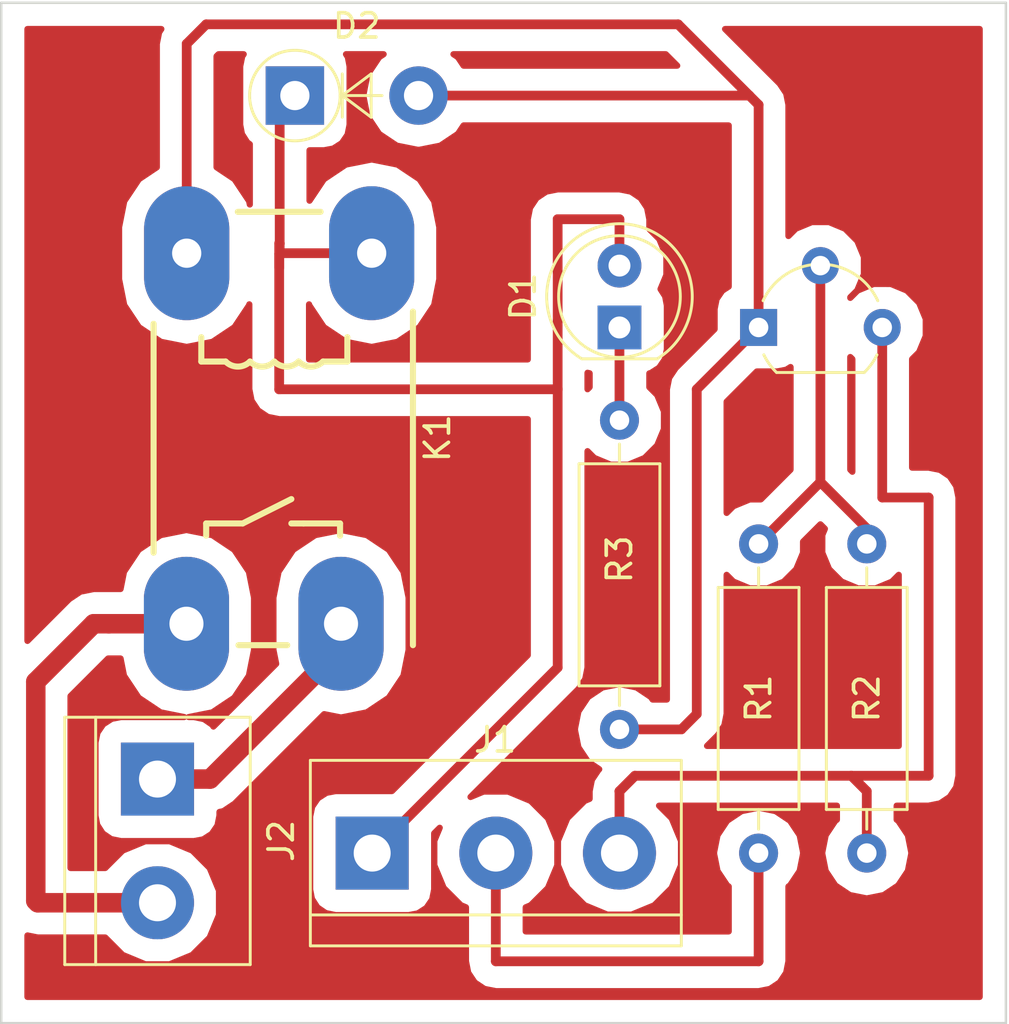
<source format=kicad_pcb>
(kicad_pcb (version 4) (host pcbnew 4.0.5)

  (general
    (links 14)
    (no_connects 0)
    (area 19.529999 15.064999 187.905001 100.075001)
    (thickness 1.6)
    (drawings 4)
    (tracks 56)
    (zones 0)
    (modules 9)
    (nets 9)
  )

  (page User 210.007 148.006)
  (title_block
    (title "Relais Modul")
    (date 2001-01-01)
    (company "Paul Brenner")
  )

  (layers
    (0 F.Cu signal)
    (31 B.Cu signal)
    (32 B.Adhes user)
    (33 F.Adhes user)
    (34 B.Paste user)
    (35 F.Paste user)
    (36 B.SilkS user)
    (37 F.SilkS user)
    (38 B.Mask user)
    (39 F.Mask user)
    (40 Dwgs.User user)
    (41 Cmts.User user)
    (42 Eco1.User user)
    (43 Eco2.User user)
    (44 Edge.Cuts user)
    (45 Margin user)
    (46 B.CrtYd user)
    (47 F.CrtYd user)
    (48 B.Fab user)
    (49 F.Fab user)
  )

  (setup
    (last_trace_width 0.4)
    (trace_clearance 0.2)
    (zone_clearance 0.9)
    (zone_45_only yes)
    (trace_min 0.4)
    (segment_width 0.2)
    (edge_width 0.1)
    (via_size 0.6)
    (via_drill 0.4)
    (via_min_size 0.4)
    (via_min_drill 0.3)
    (uvia_size 0.3)
    (uvia_drill 0.1)
    (uvias_allowed no)
    (uvia_min_size 0.2)
    (uvia_min_drill 0.1)
    (pcb_text_width 0.3)
    (pcb_text_size 1.5 1.5)
    (mod_edge_width 0.15)
    (mod_text_size 1 1)
    (mod_text_width 0.15)
    (pad_size 1.5 1.5)
    (pad_drill 0.6)
    (pad_to_mask_clearance 0)
    (aux_axis_origin 0 0)
    (visible_elements FFFFFF6F)
    (pcbplotparams
      (layerselection 0x00030_80000001)
      (usegerberextensions false)
      (excludeedgelayer true)
      (linewidth 0.400000)
      (plotframeref false)
      (viasonmask false)
      (mode 1)
      (useauxorigin false)
      (hpglpennumber 1)
      (hpglpenspeed 20)
      (hpglpendiameter 15)
      (hpglpenoverlay 2)
      (psnegative false)
      (psa4output false)
      (plotreference true)
      (plotvalue true)
      (plotinvisibletext false)
      (padsonsilk false)
      (subtractmaskfromsilk false)
      (outputformat 5)
      (mirror false)
      (drillshape 0)
      (scaleselection 1)
      (outputdirectory ../../../platine/))
  )

  (net 0 "")
  (net 1 +5V)
  (net 2 "Net-(D1-Pad1)")
  (net 3 "Net-(D2-Pad2)")
  (net 4 "Net-(J1-Pad2)")
  (net 5 GND)
  (net 6 "Net-(J2-Pad1)")
  (net 7 "Net-(J2-Pad2)")
  (net 8 "Net-(Q1-Pad2)")

  (net_class Default "Dies ist die voreingestellte Netzklasse."
    (clearance 0.2)
    (trace_width 0.4)
    (via_dia 0.6)
    (via_drill 0.4)
    (uvia_dia 0.3)
    (uvia_drill 0.1)
    (add_net +5V)
    (add_net GND)
    (add_net "Net-(D1-Pad1)")
    (add_net "Net-(D2-Pad2)")
    (add_net "Net-(J1-Pad2)")
    (add_net "Net-(J2-Pad1)")
    (add_net "Net-(J2-Pad2)")
    (add_net "Net-(Q1-Pad2)")
  )

  (net_class "Dickere Leiterbahn" ""
    (clearance 0.2)
    (trace_width 0.4)
    (via_dia 0.6)
    (via_drill 0.4)
    (uvia_dia 0.3)
    (uvia_drill 0.1)
  )

  (net_class "Sehr dick" ""
    (clearance 0.4)
    (trace_width 0.8)
    (via_dia 0.6)
    (via_drill 0.4)
    (uvia_dia 0.3)
    (uvia_drill 0.1)
  )

  (module Diodes_THT:D_DO-15_P5.08mm_Vertical_AnodeUp (layer F.Cu) (tedit 5877C982) (tstamp 58E393C6)
    (at 31.645 61.925)
    (descr "D, DO-15 series, Axial, Vertical, pin pitch=5.08mm, , length*diameter=7.6*3.6mm^2, , http://www.diodes.com/_files/packages/DO-15.pdf")
    (tags "D DO-15 series Axial Vertical pin pitch 5.08mm  length 7.6mm diameter 3.6mm")
    (path /58E0BFF0)
    (fp_text reference D2 (at 2.54 -2.86) (layer F.SilkS)
      (effects (font (size 1 1) (thickness 0.15)))
    )
    (fp_text value D (at 2.54 2.86) (layer F.Fab)
      (effects (font (size 1 1) (thickness 0.15)))
    )
    (fp_circle (center 0 0) (end 1.8 0) (layer F.Fab) (width 0.1))
    (fp_circle (center 0 0) (end 1.86 0) (layer F.SilkS) (width 0.12))
    (fp_line (start 0 0) (end 5.08 0) (layer F.Fab) (width 0.1))
    (fp_line (start 1.86 0) (end 3.58 0) (layer F.SilkS) (width 0.12))
    (fp_line (start 1.947333 -0.889) (end 1.947333 0.889) (layer F.SilkS) (width 0.12))
    (fp_line (start 1.947333 0) (end 3.132667 -0.889) (layer F.SilkS) (width 0.12))
    (fp_line (start 3.132667 -0.889) (end 3.132667 0.889) (layer F.SilkS) (width 0.12))
    (fp_line (start 3.132667 0.889) (end 1.947333 0) (layer F.SilkS) (width 0.12))
    (fp_line (start -2.15 -2.15) (end -2.15 2.15) (layer F.CrtYd) (width 0.05))
    (fp_line (start -2.15 2.15) (end 6.6 2.15) (layer F.CrtYd) (width 0.05))
    (fp_line (start 6.6 2.15) (end 6.6 -2.15) (layer F.CrtYd) (width 0.05))
    (fp_line (start 6.6 -2.15) (end -2.15 -2.15) (layer F.CrtYd) (width 0.05))
    (fp_text user K (at -2.56 0) (layer F.Fab)
      (effects (font (size 1 1) (thickness 0.15)))
    )
    (pad 1 thru_hole rect (at 0 0) (size 2.4 2.4) (drill 1.2) (layers *.Cu *.Mask)
      (net 1 +5V))
    (pad 2 thru_hole oval (at 5.08 0) (size 2.4 2.4) (drill 1.2) (layers *.Cu *.Mask)
      (net 3 "Net-(D2-Pad2)"))
    (model Diodes_THT.3dshapes/D_DO-15_P5.08mm_Vertical_AnodeUp.wrl
      (at (xyz 0 0 0))
      (scale (xyz 0.393701 0.393701 0.393701))
      (rotate (xyz 0 0 0))
    )
  )

  (module Connectors:bornier3 (layer F.Cu) (tedit 58E390EE) (tstamp 58E393B2)
    (at 34.82 93.04)
    (descr "Bornier d'alimentation 3 pins")
    (tags DEV)
    (path /58D952AC)
    (fp_text reference J1 (at 5.05 -4.65) (layer F.SilkS)
      (effects (font (size 1 1) (thickness 0.15)))
    )
    (fp_text value Screw_1x03 (at 5.08 3.175) (layer F.Fab)
      (effects (font (size 1 1) (thickness 0.15)))
    )
    (fp_line (start -2.47 2.55) (end 12.63 2.55) (layer F.Fab) (width 0.1))
    (fp_line (start -2.47 -3.75) (end 12.63 -3.75) (layer F.Fab) (width 0.1))
    (fp_line (start 12.63 -3.75) (end 12.63 3.75) (layer F.Fab) (width 0.1))
    (fp_line (start 12.63 3.75) (end -2.47 3.75) (layer F.Fab) (width 0.1))
    (fp_line (start -2.47 3.75) (end -2.47 -3.75) (layer F.Fab) (width 0.1))
    (fp_line (start -2.54 3.81) (end -2.54 -3.81) (layer F.SilkS) (width 0.12))
    (fp_line (start 12.7 3.81) (end 12.7 -3.81) (layer F.SilkS) (width 0.12))
    (fp_line (start -2.54 2.54) (end 12.7 2.54) (layer F.SilkS) (width 0.12))
    (fp_line (start -2.54 -3.81) (end 12.7 -3.81) (layer F.SilkS) (width 0.12))
    (fp_line (start -2.54 3.81) (end 12.7 3.81) (layer F.SilkS) (width 0.12))
    (fp_line (start -2.72 -4) (end 12.88 -4) (layer F.CrtYd) (width 0.05))
    (fp_line (start -2.72 -4) (end -2.72 4) (layer F.CrtYd) (width 0.05))
    (fp_line (start 12.88 4) (end 12.88 -4) (layer F.CrtYd) (width 0.05))
    (fp_line (start 12.88 4) (end -2.72 4) (layer F.CrtYd) (width 0.05))
    (pad 1 thru_hole rect (at 0 0) (size 3 3) (drill 1.52) (layers *.Cu *.Mask)
      (net 1 +5V))
    (pad 2 thru_hole circle (at 5.08 0) (size 3 3) (drill 1.52) (layers *.Cu *.Mask)
      (net 4 "Net-(J1-Pad2)"))
    (pad 3 thru_hole circle (at 10.16 0) (size 3 3) (drill 1.52) (layers *.Cu *.Mask)
      (net 5 GND))
    (model Connectors.3dshapes/bornier3.wrl
      (at (xyz 0 0 0))
      (scale (xyz 1 1 1))
      (rotate (xyz 0 0 0))
    )
  )

  (module Connectors:bornier2 (layer F.Cu) (tedit 58E390E2) (tstamp 58E3939F)
    (at 26 90 270)
    (descr "Bornier d'alimentation 2 pins")
    (tags DEV)
    (path /58DAB7B8)
    (fp_text reference J2 (at 2.54 -5.08 270) (layer F.SilkS)
      (effects (font (size 1 1) (thickness 0.15)))
    )
    (fp_text value Screw_1x02 (at 2 3 270) (layer F.Fab)
      (effects (font (size 1 1) (thickness 0.15)))
    )
    (fp_line (start -2.41 2.55) (end 7.49 2.55) (layer F.Fab) (width 0.1))
    (fp_line (start -2.46 -3.75) (end -2.46 3.75) (layer F.Fab) (width 0.1))
    (fp_line (start -2.46 3.75) (end 7.54 3.75) (layer F.Fab) (width 0.1))
    (fp_line (start 7.54 3.75) (end 7.54 -3.75) (layer F.Fab) (width 0.1))
    (fp_line (start 7.54 -3.75) (end -2.46 -3.75) (layer F.Fab) (width 0.1))
    (fp_line (start 7.62 2.54) (end -2.54 2.54) (layer F.SilkS) (width 0.12))
    (fp_line (start 7.62 3.81) (end 7.62 -3.81) (layer F.SilkS) (width 0.12))
    (fp_line (start 7.62 -3.81) (end -2.54 -3.81) (layer F.SilkS) (width 0.12))
    (fp_line (start -2.54 -3.81) (end -2.54 3.81) (layer F.SilkS) (width 0.12))
    (fp_line (start -2.54 3.81) (end 7.62 3.81) (layer F.SilkS) (width 0.12))
    (fp_line (start -2.71 -4) (end 7.79 -4) (layer F.CrtYd) (width 0.05))
    (fp_line (start -2.71 -4) (end -2.71 4) (layer F.CrtYd) (width 0.05))
    (fp_line (start 7.79 4) (end 7.79 -4) (layer F.CrtYd) (width 0.05))
    (fp_line (start 7.79 4) (end -2.71 4) (layer F.CrtYd) (width 0.05))
    (pad 1 thru_hole rect (at 0 0 270) (size 3 3) (drill 1.52) (layers *.Cu *.Mask)
      (net 6 "Net-(J2-Pad1)"))
    (pad 2 thru_hole circle (at 5.08 0 270) (size 3 3) (drill 1.52) (layers *.Cu *.Mask)
      (net 7 "Net-(J2-Pad2)"))
    (model Connectors.3dshapes/bornier2.wrl
      (at (xyz 0 0 0))
      (scale (xyz 1 1 1))
      (rotate (xyz 0 0 0))
    )
  )

  (module TO_SOT_Packages_THT:TO-92_Molded_Wide (layer F.Cu) (tedit 58E0D40A) (tstamp 58E3938C)
    (at 50.695 71.45)
    (descr "TO-92 leads molded, wide, drill 0.8mm (see NXP sot054_po.pdf)")
    (tags "to-92 sc-43 sc-43a sot54 PA33 transistor")
    (path /58DB9C8E)
    (fp_text reference "" (at 2.54 -4.19) (layer F.SilkS) hide
      (effects (font (size 1 1) (thickness 0.15)))
    )
    (fp_text value 2N3904 (at 2.54 2.79) (layer F.Fab)
      (effects (font (size 1 1) (thickness 0.15)))
    )
    (fp_text user %R (at 2.54 -4.19 180) (layer F.Fab)
      (effects (font (size 1 1) (thickness 0.15)))
    )
    (fp_line (start 0.74 1.85) (end 4.34 1.85) (layer F.SilkS) (width 0.12))
    (fp_line (start 0.8 1.75) (end 4.3 1.75) (layer F.Fab) (width 0.1))
    (fp_line (start -1.01 -3.55) (end 6.09 -3.55) (layer F.CrtYd) (width 0.05))
    (fp_line (start -1.01 -3.55) (end -1.01 2.01) (layer F.CrtYd) (width 0.05))
    (fp_line (start 6.09 2.01) (end 6.09 -3.55) (layer F.CrtYd) (width 0.05))
    (fp_line (start 6.09 2.01) (end -1.01 2.01) (layer F.CrtYd) (width 0.05))
    (fp_arc (start 2.54 0) (end 0.74 1.85) (angle 20) (layer F.SilkS) (width 0.12))
    (fp_arc (start 2.54 0) (end 2.54 -2.6) (angle -65) (layer F.SilkS) (width 0.12))
    (fp_arc (start 2.54 0) (end 2.54 -2.6) (angle 65) (layer F.SilkS) (width 0.12))
    (fp_arc (start 2.54 0) (end 2.54 -2.48) (angle 135) (layer F.Fab) (width 0.1))
    (fp_arc (start 2.54 0) (end 2.54 -2.48) (angle -135) (layer F.Fab) (width 0.1))
    (fp_arc (start 2.54 0) (end 4.34 1.85) (angle -20) (layer F.SilkS) (width 0.12))
    (pad 2 thru_hole circle (at 2.54 -2.54 90) (size 1.52 1.52) (drill 0.8) (layers *.Cu *.Mask)
      (net 8 "Net-(Q1-Pad2)"))
    (pad 3 thru_hole circle (at 5.08 0 90) (size 1.52 1.52) (drill 0.8) (layers *.Cu *.Mask)
      (net 5 GND))
    (pad 1 thru_hole rect (at 0 0 90) (size 1.52 1.52) (drill 0.8) (layers *.Cu *.Mask)
      (net 3 "Net-(D2-Pad2)"))
    (model ${KISYS3DMOD}/TO_SOT_Packages_THT.3dshapes/TO-92_Molded_Wide.wrl
      (at (xyz 0.1 0 0))
      (scale (xyz 1 1 1))
      (rotate (xyz 0 0 -90))
    )
  )

  (module Resistors_THT:R_Axial_DIN0309_L9.0mm_D3.2mm_P12.70mm_Horizontal (layer F.Cu) (tedit 58DCECF5) (tstamp 58E39377)
    (at 50.695 80.34 270)
    (descr "Resistor, Axial_DIN0309 series, Axial, Horizontal, pin pitch=12.7mm, 0.5W = 1/2W, length*diameter=9*3.2mm^2, http://cdn-reichelt.de/documents/datenblatt/B400/1_4W%23YAG.pdf")
    (tags "Resistor Axial_DIN0309 series Axial Horizontal pin pitch 12.7mm 0.5W = 1/2W length 9mm diameter 3.2mm")
    (path /58D9532B)
    (fp_text reference R1 (at 6.35 0 270) (layer F.SilkS)
      (effects (font (size 1 1) (thickness 0.15)))
    )
    (fp_text value 1K (at 3.81 0 270) (layer F.Fab)
      (effects (font (size 1 1) (thickness 0.15)))
    )
    (fp_line (start 1.85 -1.6) (end 1.85 1.6) (layer F.Fab) (width 0.1))
    (fp_line (start 1.85 1.6) (end 10.85 1.6) (layer F.Fab) (width 0.1))
    (fp_line (start 10.85 1.6) (end 10.85 -1.6) (layer F.Fab) (width 0.1))
    (fp_line (start 10.85 -1.6) (end 1.85 -1.6) (layer F.Fab) (width 0.1))
    (fp_line (start 0 0) (end 1.85 0) (layer F.Fab) (width 0.1))
    (fp_line (start 12.7 0) (end 10.85 0) (layer F.Fab) (width 0.1))
    (fp_line (start 1.79 -1.66) (end 1.79 1.66) (layer F.SilkS) (width 0.12))
    (fp_line (start 1.79 1.66) (end 10.91 1.66) (layer F.SilkS) (width 0.12))
    (fp_line (start 10.91 1.66) (end 10.91 -1.66) (layer F.SilkS) (width 0.12))
    (fp_line (start 10.91 -1.66) (end 1.79 -1.66) (layer F.SilkS) (width 0.12))
    (fp_line (start 0.98 0) (end 1.79 0) (layer F.SilkS) (width 0.12))
    (fp_line (start 11.72 0) (end 10.91 0) (layer F.SilkS) (width 0.12))
    (fp_line (start -1.05 -1.95) (end -1.05 1.95) (layer F.CrtYd) (width 0.05))
    (fp_line (start -1.05 1.95) (end 13.75 1.95) (layer F.CrtYd) (width 0.05))
    (fp_line (start 13.75 1.95) (end 13.75 -1.95) (layer F.CrtYd) (width 0.05))
    (fp_line (start 13.75 -1.95) (end -1.05 -1.95) (layer F.CrtYd) (width 0.05))
    (pad 1 thru_hole circle (at 0 0 270) (size 1.6 1.6) (drill 0.8) (layers *.Cu *.Mask)
      (net 8 "Net-(Q1-Pad2)"))
    (pad 2 thru_hole oval (at 12.7 0 270) (size 1.6 1.6) (drill 0.8) (layers *.Cu *.Mask)
      (net 4 "Net-(J1-Pad2)"))
    (model Resistors_THT.3dshapes/R_Axial_DIN0309_L9.0mm_D3.2mm_P12.70mm_Horizontal.wrl
      (at (xyz 0 0 0))
      (scale (xyz 0.393701 0.393701 0.393701))
      (rotate (xyz 0 0 0))
    )
  )

  (module Resistors_THT:R_Axial_DIN0309_L9.0mm_D3.2mm_P12.70mm_Horizontal (layer F.Cu) (tedit 58DCECF2) (tstamp 58E39362)
    (at 55.14 80.34 270)
    (descr "Resistor, Axial_DIN0309 series, Axial, Horizontal, pin pitch=12.7mm, 0.5W = 1/2W, length*diameter=9*3.2mm^2, http://cdn-reichelt.de/documents/datenblatt/B400/1_4W%23YAG.pdf")
    (tags "Resistor Axial_DIN0309 series Axial Horizontal pin pitch 12.7mm 0.5W = 1/2W length 9mm diameter 3.2mm")
    (path /58D953A1)
    (fp_text reference R2 (at 6.35 0 270) (layer F.SilkS)
      (effects (font (size 1 1) (thickness 0.15)))
    )
    (fp_text value 10k (at 3.81 0 270) (layer F.Fab)
      (effects (font (size 1 1) (thickness 0.15)))
    )
    (fp_line (start 1.85 -1.6) (end 1.85 1.6) (layer F.Fab) (width 0.1))
    (fp_line (start 1.85 1.6) (end 10.85 1.6) (layer F.Fab) (width 0.1))
    (fp_line (start 10.85 1.6) (end 10.85 -1.6) (layer F.Fab) (width 0.1))
    (fp_line (start 10.85 -1.6) (end 1.85 -1.6) (layer F.Fab) (width 0.1))
    (fp_line (start 0 0) (end 1.85 0) (layer F.Fab) (width 0.1))
    (fp_line (start 12.7 0) (end 10.85 0) (layer F.Fab) (width 0.1))
    (fp_line (start 1.79 -1.66) (end 1.79 1.66) (layer F.SilkS) (width 0.12))
    (fp_line (start 1.79 1.66) (end 10.91 1.66) (layer F.SilkS) (width 0.12))
    (fp_line (start 10.91 1.66) (end 10.91 -1.66) (layer F.SilkS) (width 0.12))
    (fp_line (start 10.91 -1.66) (end 1.79 -1.66) (layer F.SilkS) (width 0.12))
    (fp_line (start 0.98 0) (end 1.79 0) (layer F.SilkS) (width 0.12))
    (fp_line (start 11.72 0) (end 10.91 0) (layer F.SilkS) (width 0.12))
    (fp_line (start -1.05 -1.95) (end -1.05 1.95) (layer F.CrtYd) (width 0.05))
    (fp_line (start -1.05 1.95) (end 13.75 1.95) (layer F.CrtYd) (width 0.05))
    (fp_line (start 13.75 1.95) (end 13.75 -1.95) (layer F.CrtYd) (width 0.05))
    (fp_line (start 13.75 -1.95) (end -1.05 -1.95) (layer F.CrtYd) (width 0.05))
    (pad 1 thru_hole circle (at 0 0 270) (size 1.6 1.6) (drill 0.8) (layers *.Cu *.Mask)
      (net 8 "Net-(Q1-Pad2)"))
    (pad 2 thru_hole oval (at 12.7 0 270) (size 1.6 1.6) (drill 0.8) (layers *.Cu *.Mask)
      (net 5 GND))
    (model Resistors_THT.3dshapes/R_Axial_DIN0309_L9.0mm_D3.2mm_P12.70mm_Horizontal.wrl
      (at (xyz 0 0 0))
      (scale (xyz 0.393701 0.393701 0.393701))
      (rotate (xyz 0 0 0))
    )
  )

  (module Resistors_THT:R_Axial_DIN0309_L9.0mm_D3.2mm_P12.70mm_Horizontal (layer F.Cu) (tedit 58DD0582) (tstamp 58E3934D)
    (at 44.98 75.26 270)
    (descr "Resistor, Axial_DIN0309 series, Axial, Horizontal, pin pitch=12.7mm, 0.5W = 1/2W, length*diameter=9*3.2mm^2, http://cdn-reichelt.de/documents/datenblatt/B400/1_4W%23YAG.pdf")
    (tags "Resistor Axial_DIN0309 series Axial Horizontal pin pitch 12.7mm 0.5W = 1/2W length 9mm diameter 3.2mm")
    (path /58D97274)
    (fp_text reference R3 (at 5.715 0 270) (layer F.SilkS)
      (effects (font (size 1 1) (thickness 0.15)))
    )
    (fp_text value R (at 3.81 0 270) (layer F.Fab)
      (effects (font (size 1 1) (thickness 0.15)))
    )
    (fp_line (start 1.85 -1.6) (end 1.85 1.6) (layer F.Fab) (width 0.1))
    (fp_line (start 1.85 1.6) (end 10.85 1.6) (layer F.Fab) (width 0.1))
    (fp_line (start 10.85 1.6) (end 10.85 -1.6) (layer F.Fab) (width 0.1))
    (fp_line (start 10.85 -1.6) (end 1.85 -1.6) (layer F.Fab) (width 0.1))
    (fp_line (start 0 0) (end 1.85 0) (layer F.Fab) (width 0.1))
    (fp_line (start 12.7 0) (end 10.85 0) (layer F.Fab) (width 0.1))
    (fp_line (start 1.79 -1.66) (end 1.79 1.66) (layer F.SilkS) (width 0.12))
    (fp_line (start 1.79 1.66) (end 10.91 1.66) (layer F.SilkS) (width 0.12))
    (fp_line (start 10.91 1.66) (end 10.91 -1.66) (layer F.SilkS) (width 0.12))
    (fp_line (start 10.91 -1.66) (end 1.79 -1.66) (layer F.SilkS) (width 0.12))
    (fp_line (start 0.98 0) (end 1.79 0) (layer F.SilkS) (width 0.12))
    (fp_line (start 11.72 0) (end 10.91 0) (layer F.SilkS) (width 0.12))
    (fp_line (start -1.05 -1.95) (end -1.05 1.95) (layer F.CrtYd) (width 0.05))
    (fp_line (start -1.05 1.95) (end 13.75 1.95) (layer F.CrtYd) (width 0.05))
    (fp_line (start 13.75 1.95) (end 13.75 -1.95) (layer F.CrtYd) (width 0.05))
    (fp_line (start 13.75 -1.95) (end -1.05 -1.95) (layer F.CrtYd) (width 0.05))
    (pad 1 thru_hole circle (at 0 0 270) (size 1.6 1.6) (drill 0.8) (layers *.Cu *.Mask)
      (net 2 "Net-(D1-Pad1)"))
    (pad 2 thru_hole oval (at 12.7 0 270) (size 1.6 1.6) (drill 0.8) (layers *.Cu *.Mask)
      (net 3 "Net-(D2-Pad2)"))
    (model Resistors_THT.3dshapes/R_Axial_DIN0309_L9.0mm_D3.2mm_P12.70mm_Horizontal.wrl
      (at (xyz 0 0 0))
      (scale (xyz 0.393701 0.393701 0.393701))
      (rotate (xyz 0 0 0))
    )
  )

  (module LEDs:LED_D5.0mm (layer F.Cu) (tedit 587A3A7B) (tstamp 58E3933D)
    (at 44.98 71.45 90)
    (descr "LED, diameter 5.0mm, 2 pins, http://cdn-reichelt.de/documents/datenblatt/A500/LL-504BC2E-009.pdf")
    (tags "LED diameter 5.0mm 2 pins")
    (path /58D972CB)
    (fp_text reference D1 (at 1.27 -3.96 90) (layer F.SilkS)
      (effects (font (size 1 1) (thickness 0.15)))
    )
    (fp_text value LED (at 1.27 3.96 90) (layer F.Fab)
      (effects (font (size 1 1) (thickness 0.15)))
    )
    (fp_arc (start 1.27 0) (end -1.23 -1.469694) (angle 299.1) (layer F.Fab) (width 0.1))
    (fp_arc (start 1.27 0) (end -1.29 -1.54483) (angle 148.9) (layer F.SilkS) (width 0.12))
    (fp_arc (start 1.27 0) (end -1.29 1.54483) (angle -148.9) (layer F.SilkS) (width 0.12))
    (fp_circle (center 1.27 0) (end 3.77 0) (layer F.Fab) (width 0.1))
    (fp_circle (center 1.27 0) (end 3.77 0) (layer F.SilkS) (width 0.12))
    (fp_line (start -1.23 -1.469694) (end -1.23 1.469694) (layer F.Fab) (width 0.1))
    (fp_line (start -1.29 -1.545) (end -1.29 1.545) (layer F.SilkS) (width 0.12))
    (fp_line (start -1.95 -3.25) (end -1.95 3.25) (layer F.CrtYd) (width 0.05))
    (fp_line (start -1.95 3.25) (end 4.5 3.25) (layer F.CrtYd) (width 0.05))
    (fp_line (start 4.5 3.25) (end 4.5 -3.25) (layer F.CrtYd) (width 0.05))
    (fp_line (start 4.5 -3.25) (end -1.95 -3.25) (layer F.CrtYd) (width 0.05))
    (pad 1 thru_hole rect (at 0 0 90) (size 1.8 1.8) (drill 0.9) (layers *.Cu *.Mask)
      (net 2 "Net-(D1-Pad1)"))
    (pad 2 thru_hole circle (at 2.54 0 90) (size 1.8 1.8) (drill 0.9) (layers *.Cu *.Mask)
      (net 1 +5V))
    (model LEDs.3dshapes/LED_D5.0mm.wrl
      (at (xyz 0 0 0))
      (scale (xyz 0.393701 0.393701 0.393701))
      (rotate (xyz 0 0 0))
    )
  )

  (module KICAD:Relays_Fujitsu-JV-KT-Series_RevE_03Apr2017 (layer F.Cu) (tedit 58E390C4) (tstamp 58E39324)
    (at 31 76 270)
    (path /58DEA337)
    (fp_text reference K1 (at 0 -6.5 270) (layer F.SilkS)
      (effects (font (size 1 1) (thickness 0.15)))
    )
    (fp_text value RELAY (at 1 0 360) (layer F.Fab)
      (effects (font (size 1 1) (thickness 0.15)))
    )
    (fp_line (start -9.3 1.7) (end -9.3 -1.7) (layer F.SilkS) (width 0.25))
    (fp_line (start 8.5 -5.495) (end -5.2 -5.495) (layer F.SilkS) (width 0.25))
    (fp_line (start 8.5 1.67) (end 8.5 -0.33) (layer F.SilkS) (width 0.25))
    (fp_line (start -4.7 5.16) (end 4.7 5.16) (layer F.SilkS) (width 0.25))
    (fp_arc (start -3.65 -1.3) (end -3.15 -1.8) (angle 90) (layer F.SilkS) (width 0.25))
    (fp_arc (start -3.65 -0.3) (end -3.15 -0.8) (angle 90) (layer F.SilkS) (width 0.25))
    (fp_arc (start -3.65 0.7) (end -3.15 0.2) (angle 90) (layer F.SilkS) (width 0.25))
    (fp_arc (start -3.65 1.7) (end -3.15 1.2) (angle 90) (layer F.SilkS) (width 0.25))
    (fp_line (start -3.15 -2.8) (end -4.15 -2.8) (layer F.SilkS) (width 0.25))
    (fp_line (start -3.15 -1.8) (end -3.15 -2.8) (layer F.SilkS) (width 0.25))
    (fp_line (start -3.15 3.2) (end -4.15 3.2) (layer F.SilkS) (width 0.25))
    (fp_line (start -3.15 2.2) (end -3.15 3.2) (layer F.SilkS) (width 0.25))
    (fp_line (start 3.5 1.5) (end 2.5 -0.5) (layer F.SilkS) (width 0.25))
    (fp_line (start 3.5 3) (end 4 3) (layer F.SilkS) (width 0.25))
    (fp_line (start 3.5 1.5) (end 3.5 3) (layer F.SilkS) (width 0.25))
    (fp_line (start 3.5 -2.5) (end 4 -2.5) (layer F.SilkS) (width 0.25))
    (fp_line (start 3.5 -1) (end 3.5 -2.5) (layer F.SilkS) (width 0.25))
    (fp_line (start 3.5 -1) (end 3.5 -0.5) (layer F.SilkS) (width 0.25))
    (pad 14 thru_hole oval (at 7.62 3.81 270) (size 5.5 3.5) (drill 1.4) (layers *.Cu *.Mask)
      (net 7 "Net-(J2-Pad2)"))
    (pad 11 thru_hole oval (at 7.62 -2.54 270) (size 5.5 3.5) (drill 1.4) (layers *.Cu *.Mask)
      (net 6 "Net-(J2-Pad1)"))
    (pad A2 thru_hole oval (at -7.6 3.8 270) (size 5.5 3.5) (drill 1.2) (layers *.Cu *.Mask)
      (net 3 "Net-(D2-Pad2)"))
    (pad A1 thru_hole oval (at -7.6 -3.8 270) (size 5.5 3.5) (drill 1.2) (layers *.Cu *.Mask)
      (net 1 +5V))
  )

  (gr_line (start 60.855 58.115) (end 19.58 58.115) (angle 90) (layer Edge.Cuts) (width 0.1) (tstamp 58E394FF))
  (gr_line (start 60.855 100.025) (end 60.855 58.115) (angle 90) (layer Edge.Cuts) (width 0.1) (tstamp 58E394FE))
  (gr_line (start 19.58 58.115) (end 19.58 100.025) (angle 90) (layer Edge.Cuts) (width 0.1) (tstamp 58E394FD))
  (gr_line (start 19.58 100.025) (end 60.855 100.025) (angle 90) (layer Edge.Cuts) (width 0.1) (tstamp 58E394FC))

  (segment (start 31 73.99) (end 31 68) (width 0.4) (layer F.Cu) (net 1) (tstamp 58E3949A))
  (segment (start 31 68) (end 31.02 68) (width 0.4) (layer F.Cu) (net 1) (tstamp 58E39499))
  (segment (start 42.44 73.99) (end 31 73.99) (width 0.4) (layer F.Cu) (net 1) (tstamp 58E39498))
  (segment (start 31 73.99) (end 31.01 73.99) (width 0.4) (layer F.Cu) (net 1) (tstamp 58E39497))
  (segment (start 34.8 68.4) (end 31.019816 68.4) (width 0.4) (layer F.Cu) (net 1) (tstamp 58E39496))
  (segment (start 31 68.419816) (end 31 69) (width 0.4) (layer F.Cu) (net 1) (tstamp 58E39495))
  (segment (start 31.019816 68.4) (end 31 68.419816) (width 0.4) (layer F.Cu) (net 1) (tstamp 58E39494))
  (segment (start 31.02 62.55) (end 31.645 61.925) (width 0.4) (layer F.Cu) (net 1) (tstamp 58E39493) (status 30))
  (segment (start 34.82 93.04) (end 42.44 85.42) (width 0.4) (layer F.Cu) (net 1) (tstamp 58E39492) (status 10))
  (segment (start 44.98 67.005) (end 44.98 68.91) (width 0.4) (layer F.Cu) (net 1) (tstamp 58E39491) (status 20))
  (segment (start 31.02 68.295) (end 31.02 68) (width 0.4) (layer F.Cu) (net 1) (tstamp 58E39490) (status 30))
  (segment (start 31.02 68) (end 31.02 62.55) (width 0.4) (layer F.Cu) (net 1) (tstamp 58E3948F) (status 30))
  (segment (start 42.44 73.99) (end 42.44 67.005) (width 0.4) (layer F.Cu) (net 1) (tstamp 58E3948E))
  (segment (start 42.44 85.42) (end 42.44 73.99) (width 0.4) (layer F.Cu) (net 1) (tstamp 58E3948D))
  (segment (start 42.44 67.005) (end 44.98 67.005) (width 0.4) (layer F.Cu) (net 1) (tstamp 58E3948C))
  (segment (start 44.98 75.26) (end 44.98 71.45) (width 0.4) (layer F.Cu) (net 2) (tstamp 58E394AA) (status 30))
  (segment (start 27.2 68.4) (end 27.2 59.8) (width 0.4) (layer F.Cu) (net 3) (tstamp 58E394B7))
  (segment (start 47.39 59) (end 50.315 61.925) (width 0.4) (layer F.Cu) (net 3) (tstamp 58E394B6))
  (segment (start 28 59) (end 47.39 59) (width 0.4) (layer F.Cu) (net 3) (tstamp 58E394B5))
  (segment (start 27.2 59.8) (end 28 59) (width 0.4) (layer F.Cu) (net 3) (tstamp 58E394B4))
  (segment (start 50.695 71.45) (end 50.695 62.305) (width 0.4) (layer F.Cu) (net 3) (tstamp 58E394B3))
  (segment (start 50.315 61.925) (end 36.725 61.925) (width 0.4) (layer F.Cu) (net 3) (tstamp 58E394B2))
  (segment (start 50.695 62.305) (end 50.315 61.925) (width 0.4) (layer F.Cu) (net 3) (tstamp 58E394B1))
  (segment (start 50.695 71.45) (end 50.695 70.815) (width 0.4) (layer F.Cu) (net 3) (tstamp 58E394B0) (status 30))
  (segment (start 47.52 87.96) (end 48.155 87.325) (width 0.4) (layer F.Cu) (net 3) (tstamp 58E394AF))
  (segment (start 48.155 87.325) (end 48.155 73.99) (width 0.4) (layer F.Cu) (net 3) (tstamp 58E394AE))
  (segment (start 48.155 73.99) (end 50.695 71.45) (width 0.4) (layer F.Cu) (net 3) (tstamp 58E394AD) (status 20))
  (segment (start 44.98 87.96) (end 47.52 87.96) (width 0.4) (layer F.Cu) (net 3) (tstamp 58E394AC) (status 10))
  (segment (start 39.9 93.04) (end 39.9 97.485) (width 0.4) (layer F.Cu) (net 4) (tstamp 58E394C6) (status 10))
  (segment (start 50.695 97.485) (end 50.695 93.04) (width 0.4) (layer F.Cu) (net 4) (tstamp 58E394C5) (status 20))
  (segment (start 39.9 97.485) (end 50.695 97.485) (width 0.4) (layer F.Cu) (net 4) (tstamp 58E394C4))
  (segment (start 57.68 89.865) (end 57.68 78.435) (width 0.4) (layer F.Cu) (net 5) (tstamp 58E394D3))
  (segment (start 54.505 89.865) (end 57.68 89.865) (width 0.4) (layer F.Cu) (net 5) (tstamp 58E394D2))
  (segment (start 55.775 78.435) (end 55.775 71.45) (width 0.4) (layer F.Cu) (net 5) (tstamp 58E394D1) (status 20))
  (segment (start 57.68 78.435) (end 55.775 78.435) (width 0.4) (layer F.Cu) (net 5) (tstamp 58E394D0))
  (segment (start 45.615 89.865) (end 44.98 90.5) (width 0.4) (layer F.Cu) (net 5) (tstamp 58E394CF))
  (segment (start 44.98 90.5) (end 44.98 93.04) (width 0.4) (layer F.Cu) (net 5) (tstamp 58E394CE) (status 20))
  (segment (start 55.14 90.5) (end 55.14 93.04) (width 0.4) (layer F.Cu) (net 5) (tstamp 58E394CD) (status 20))
  (segment (start 54.505 89.865) (end 55.14 90.5) (width 0.4) (layer F.Cu) (net 5) (tstamp 58E394CC))
  (segment (start 45.615 89.865) (end 54.505 89.865) (width 0.4) (layer F.Cu) (net 5) (tstamp 58E394CB))
  (segment (start 44.98 90.5) (end 45.615 89.865) (width 0.4) (layer F.Cu) (net 5) (tstamp 58E394CA))
  (segment (start 26 90) (end 28.16 90) (width 0.8) (layer F.Cu) (net 6) (tstamp 58E394E0))
  (segment (start 28.16 90) (end 34.54 83.62) (width 0.8) (layer F.Cu) (net 6) (tstamp 58E394DF))
  (segment (start 25.295 89.23) (end 25.885 89.23) (width 0.4) (layer F.Cu) (net 6) (tstamp 58E394DE) (status 30))
  (segment (start 24 83.62) (end 27.19 83.62) (width 0.4) (layer F.Cu) (net 7) (tstamp 58E394EB))
  (segment (start 26 95.08) (end 21.08 95.08) (width 0.8) (layer F.Cu) (net 7) (tstamp 58E394EA))
  (segment (start 23.38 83.62) (end 24 83.62) (width 0.8) (layer F.Cu) (net 7) (tstamp 58E394E9))
  (segment (start 24 83.62) (end 28.19 83.62) (width 0.8) (layer F.Cu) (net 7) (tstamp 58E394E8))
  (segment (start 21 86) (end 23.38 83.62) (width 0.8) (layer F.Cu) (net 7) (tstamp 58E394E7))
  (segment (start 21 95) (end 21 86) (width 0.8) (layer F.Cu) (net 7) (tstamp 58E394E6))
  (segment (start 21.08 95.08) (end 21 95) (width 0.8) (layer F.Cu) (net 7) (tstamp 58E394E5))
  (segment (start 25.295 94.31) (end 26.565 94.31) (width 0.4) (layer F.Cu) (net 7) (tstamp 58E394E4) (status 30))
  (segment (start 55.14 80.34) (end 55.14 79.705) (width 0.4) (layer F.Cu) (net 8) (tstamp 58E394F7) (status 30))
  (segment (start 55.14 79.705) (end 53.235 77.8) (width 0.4) (layer F.Cu) (net 8) (tstamp 58E394F6) (status 10))
  (segment (start 50.695 80.34) (end 53.235 77.8) (width 0.4) (layer F.Cu) (net 8) (tstamp 58E394F5) (status 10))
  (segment (start 53.235 77.8) (end 53.235 68.91) (width 0.4) (layer F.Cu) (net 8) (tstamp 58E394F4) (status 20))

  (zone (net 0) (net_name "") (layer F.Cu) (tstamp 58E39505) (hatch edge 0.508)
    (connect_pads (clearance 0.9))
    (min_thickness 0.254)
    (fill yes (arc_segments 16) (thermal_gap 0.65) (thermal_bridge_width 0.508) (smoothing chamfer))
    (polygon
      (pts
        (xy 61 100) (xy 20 100) (xy 20 58) (xy 61 58)
      )
    )
    (filled_polygon
      (pts
        (xy 26.0664 59.330447) (xy 25.973 59.8) (xy 25.973 64.870165) (xy 25.236364 65.362368) (xy 24.634387 66.263292)
        (xy 24.423 67.326004) (xy 24.423 69.473996) (xy 24.634387 70.536708) (xy 25.236364 71.437632) (xy 26.137288 72.039609)
        (xy 27.2 72.250996) (xy 28.262712 72.039609) (xy 29.163636 71.437632) (xy 29.765613 70.536708) (xy 29.773 70.499571)
        (xy 29.773 73.99) (xy 29.8664 74.459553) (xy 30.13238 74.85762) (xy 30.530447 75.1236) (xy 31 75.217)
        (xy 41.213 75.217) (xy 41.213 84.91176) (xy 35.63188 90.49288) (xy 33.32 90.49288) (xy 32.939417 90.564492)
        (xy 32.589874 90.789416) (xy 32.355378 91.132612) (xy 32.27288 91.54) (xy 32.27288 94.54) (xy 32.344492 94.920583)
        (xy 32.569416 95.270126) (xy 32.912612 95.504622) (xy 33.32 95.58712) (xy 36.32 95.58712) (xy 36.700583 95.515508)
        (xy 37.050126 95.290584) (xy 37.284622 94.947388) (xy 37.36712 94.54) (xy 37.36712 92.22812) (xy 37.595942 91.999298)
        (xy 37.373439 92.535143) (xy 37.372562 93.540446) (xy 37.756464 94.469561) (xy 38.4667 95.181037) (xy 38.673 95.2667)
        (xy 38.673 97.485) (xy 38.7664 97.954553) (xy 39.03238 98.35262) (xy 39.430447 98.6186) (xy 39.9 98.712)
        (xy 50.695 98.712) (xy 51.164553 98.6186) (xy 51.56262 98.35262) (xy 51.8286 97.954553) (xy 51.922 97.485)
        (xy 51.922 94.411031) (xy 51.986884 94.367677) (xy 52.382928 93.774956) (xy 52.522 93.075793) (xy 52.522 93.004207)
        (xy 52.382928 92.305044) (xy 51.986884 91.712323) (xy 51.394163 91.316279) (xy 50.695 91.177207) (xy 49.995837 91.316279)
        (xy 49.403116 91.712323) (xy 49.007072 92.305044) (xy 48.868 93.004207) (xy 48.868 93.075793) (xy 49.007072 93.774956)
        (xy 49.403116 94.367677) (xy 49.468 94.411031) (xy 49.468 96.258) (xy 41.127 96.258) (xy 41.127 95.267232)
        (xy 41.329561 95.183536) (xy 42.041037 94.4733) (xy 42.426561 93.544857) (xy 42.427438 92.539554) (xy 42.043536 91.610439)
        (xy 41.3333 90.898963) (xy 40.404857 90.513439) (xy 39.399554 90.512562) (xy 38.859555 90.735685) (xy 43.30762 86.28762)
        (xy 43.43485 86.097207) (xy 43.5736 85.889553) (xy 43.667 85.42) (xy 43.667 76.530732) (xy 43.943736 76.807952)
        (xy 44.614993 77.086682) (xy 45.341818 77.087316) (xy 46.01356 76.809758) (xy 46.527952 76.296264) (xy 46.806682 75.625007)
        (xy 46.807316 74.898182) (xy 46.529758 74.22644) (xy 46.207 73.903118) (xy 46.207 73.33559) (xy 46.260583 73.325508)
        (xy 46.610126 73.100584) (xy 46.844622 72.757388) (xy 46.92712 72.35) (xy 46.92712 70.55) (xy 46.855508 70.169417)
        (xy 46.665914 69.874778) (xy 46.906665 69.294986) (xy 46.907334 68.528378) (xy 46.614584 67.819868) (xy 46.207 67.411573)
        (xy 46.207 67.005) (xy 46.1136 66.535447) (xy 45.84762 66.13738) (xy 45.449553 65.8714) (xy 44.98 65.778)
        (xy 42.44 65.778) (xy 41.970447 65.8714) (xy 41.57238 66.13738) (xy 41.3064 66.535447) (xy 41.213 67.005)
        (xy 41.213 72.763) (xy 32.227 72.763) (xy 32.227 70.499571) (xy 32.234387 70.536708) (xy 32.836364 71.437632)
        (xy 33.737288 72.039609) (xy 34.8 72.250996) (xy 35.862712 72.039609) (xy 36.763636 71.437632) (xy 37.365613 70.536708)
        (xy 37.577 69.473996) (xy 37.577 67.326004) (xy 37.365613 66.263292) (xy 36.763636 65.362368) (xy 35.862712 64.760391)
        (xy 34.8 64.549004) (xy 33.737288 64.760391) (xy 32.836364 65.362368) (xy 32.247 66.244415) (xy 32.247 64.17212)
        (xy 32.845 64.17212) (xy 33.225583 64.100508) (xy 33.575126 63.875584) (xy 33.809622 63.532388) (xy 33.89212 63.125)
        (xy 33.89212 60.725) (xy 33.820508 60.344417) (xy 33.744952 60.227) (xy 35.291134 60.227) (xy 35.106643 60.350273)
        (xy 34.62389 61.072764) (xy 34.45437 61.925) (xy 34.62389 62.777236) (xy 35.106643 63.499727) (xy 35.829134 63.98248)
        (xy 36.68137 64.152) (xy 36.76863 64.152) (xy 37.620866 63.98248) (xy 38.343357 63.499727) (xy 38.575701 63.152)
        (xy 49.468 63.152) (xy 49.468 69.7701) (xy 49.204874 69.939416) (xy 48.970378 70.282612) (xy 48.88788 70.69)
        (xy 48.88788 71.52188) (xy 47.28738 73.12238) (xy 47.0214 73.520447) (xy 46.928 73.99) (xy 46.928 86.733)
        (xy 46.339154 86.733) (xy 46.271884 86.632323) (xy 45.679163 86.236279) (xy 44.98 86.097207) (xy 44.280837 86.236279)
        (xy 43.688116 86.632323) (xy 43.292072 87.225044) (xy 43.153 87.924207) (xy 43.153 87.995793) (xy 43.292072 88.694956)
        (xy 43.688116 89.287677) (xy 44.149078 89.595682) (xy 44.11238 89.63238) (xy 43.8464 90.030447) (xy 43.753 90.5)
        (xy 43.753 90.812768) (xy 43.550439 90.896464) (xy 42.838963 91.6067) (xy 42.453439 92.535143) (xy 42.452562 93.540446)
        (xy 42.836464 94.469561) (xy 43.5467 95.181037) (xy 44.475143 95.566561) (xy 45.480446 95.567438) (xy 46.409561 95.183536)
        (xy 47.121037 94.4733) (xy 47.506561 93.544857) (xy 47.507438 92.539554) (xy 47.123536 91.610439) (xy 46.606001 91.092)
        (xy 53.913 91.092) (xy 53.913 91.668969) (xy 53.848116 91.712323) (xy 53.452072 92.305044) (xy 53.313 93.004207)
        (xy 53.313 93.075793) (xy 53.452072 93.774956) (xy 53.848116 94.367677) (xy 54.440837 94.763721) (xy 55.14 94.902793)
        (xy 55.839163 94.763721) (xy 56.431884 94.367677) (xy 56.827928 93.774956) (xy 56.967 93.075793) (xy 56.967 93.004207)
        (xy 56.827928 92.305044) (xy 56.431884 91.712323) (xy 56.367 91.668969) (xy 56.367 91.092) (xy 57.68 91.092)
        (xy 58.149553 90.9986) (xy 58.54762 90.73262) (xy 58.8136 90.334553) (xy 58.907 89.865) (xy 58.907 78.435)
        (xy 58.8136 77.965447) (xy 58.54762 77.56738) (xy 58.149553 77.3014) (xy 57.68 77.208) (xy 57.002 77.208)
        (xy 57.002 72.750137) (xy 57.289061 72.463576) (xy 57.561689 71.807016) (xy 57.562309 71.096103) (xy 57.290828 70.439068)
        (xy 56.788576 69.935939) (xy 56.132016 69.663311) (xy 55.421103 69.662691) (xy 54.764068 69.934172) (xy 54.462 70.235713)
        (xy 54.462 70.210137) (xy 54.749061 69.923576) (xy 55.021689 69.267016) (xy 55.022309 68.556103) (xy 54.750828 67.899068)
        (xy 54.248576 67.395939) (xy 53.592016 67.123311) (xy 52.881103 67.122691) (xy 52.224068 67.394172) (xy 51.922 67.695713)
        (xy 51.922 62.305) (xy 51.8286 61.835447) (xy 51.56262 61.43738) (xy 49.31724 59.192) (xy 59.778 59.192)
        (xy 59.778 98.948) (xy 20.657 98.948) (xy 20.657 96.42286) (xy 21.08 96.507) (xy 23.855406 96.507)
        (xy 23.856464 96.509561) (xy 24.5667 97.221037) (xy 25.495143 97.606561) (xy 26.500446 97.607438) (xy 27.429561 97.223536)
        (xy 28.141037 96.5133) (xy 28.526561 95.584857) (xy 28.527438 94.579554) (xy 28.143536 93.650439) (xy 27.4333 92.938963)
        (xy 26.504857 92.553439) (xy 25.499554 92.552562) (xy 24.570439 92.936464) (xy 23.858963 93.6467) (xy 23.856347 93.653)
        (xy 22.427 93.653) (xy 22.427 86.591082) (xy 23.971083 85.047) (xy 24.483217 85.047) (xy 24.624387 85.756708)
        (xy 25.226364 86.657632) (xy 26.127288 87.259609) (xy 27.098925 87.45288) (xy 24.5 87.45288) (xy 24.119417 87.524492)
        (xy 23.769874 87.749416) (xy 23.535378 88.092612) (xy 23.45288 88.5) (xy 23.45288 91.5) (xy 23.524492 91.880583)
        (xy 23.749416 92.230126) (xy 24.092612 92.464622) (xy 24.5 92.54712) (xy 27.5 92.54712) (xy 27.880583 92.475508)
        (xy 28.230126 92.250584) (xy 28.464622 91.907388) (xy 28.54712 91.5) (xy 28.54712 91.349997) (xy 28.706089 91.318376)
        (xy 29.169041 91.009041) (xy 32.845276 87.332807) (xy 33.54 87.470996) (xy 34.602712 87.259609) (xy 35.503636 86.657632)
        (xy 36.105613 85.756708) (xy 36.317 84.693996) (xy 36.317 82.546004) (xy 36.105613 81.483292) (xy 35.503636 80.582368)
        (xy 34.602712 79.980391) (xy 33.54 79.769004) (xy 32.477288 79.980391) (xy 31.576364 80.582368) (xy 30.974387 81.483292)
        (xy 30.763 82.546004) (xy 30.763 84.693996) (xy 30.876636 85.265281) (xy 28.29814 87.843778) (xy 28.250584 87.769874)
        (xy 27.907388 87.535378) (xy 27.5 87.45288) (xy 27.281075 87.45288) (xy 28.252712 87.259609) (xy 29.153636 86.657632)
        (xy 29.755613 85.756708) (xy 29.967 84.693996) (xy 29.967 82.546004) (xy 29.755613 81.483292) (xy 29.153636 80.582368)
        (xy 28.252712 79.980391) (xy 27.19 79.769004) (xy 26.127288 79.980391) (xy 25.226364 80.582368) (xy 24.624387 81.483292)
        (xy 24.483217 82.193) (xy 23.38 82.193) (xy 22.924512 82.283602) (xy 22.83391 82.301624) (xy 22.370958 82.610959)
        (xy 20.657 84.324918) (xy 20.657 59.192) (xy 26.158907 59.192)
      )
    )
    (filled_polygon
      (pts
        (xy 53.419364 79.719604) (xy 53.313318 79.974993) (xy 53.312684 80.701818) (xy 53.590242 81.37356) (xy 54.103736 81.887952)
        (xy 54.774993 82.166682) (xy 55.501818 82.167316) (xy 56.17356 81.889758) (xy 56.453 81.610806) (xy 56.453 88.638)
        (xy 48.57724 88.638) (xy 49.02262 88.19262) (xy 49.288601 87.794552) (xy 49.382 87.325) (xy 49.382 81.610732)
        (xy 49.658736 81.887952) (xy 50.329993 82.166682) (xy 51.056818 82.167316) (xy 51.72856 81.889758) (xy 52.242952 81.376264)
        (xy 52.521682 80.705007) (xy 52.522081 80.248159) (xy 53.235 79.53524)
      )
    )
    (filled_polygon
      (pts
        (xy 52.008 77.29176) (xy 50.78668 78.51308) (xy 50.333182 78.512684) (xy 49.66144 78.790242) (xy 49.382 79.069194)
        (xy 49.382 74.49824) (xy 50.62312 73.25712) (xy 51.455 73.25712) (xy 51.835583 73.185508) (xy 52.008 73.074561)
      )
    )
    (filled_polygon
      (pts
        (xy 54.548 72.750264) (xy 54.548 77.37776) (xy 54.462 77.29176) (xy 54.462 72.664114)
      )
    )
    (filled_polygon
      (pts
        (xy 43.672612 73.314622) (xy 43.753 73.330901) (xy 43.753 73.903344) (xy 43.667 73.989194) (xy 43.667 73.310787)
      )
    )
    (filled_polygon
      (pts
        (xy 29.480378 60.317612) (xy 29.39788 60.725) (xy 29.39788 63.125) (xy 29.469492 63.505583) (xy 29.694416 63.855126)
        (xy 29.793 63.922486) (xy 29.793 66.400975) (xy 29.765613 66.263292) (xy 29.163636 65.362368) (xy 28.427 64.870165)
        (xy 28.427 60.30824) (xy 28.50824 60.227) (xy 29.542291 60.227)
      )
    )
    (filled_polygon
      (pts
        (xy 47.35276 60.698) (xy 38.575701 60.698) (xy 38.343357 60.350273) (xy 38.158866 60.227) (xy 46.88176 60.227)
      )
    )
  )
)

</source>
